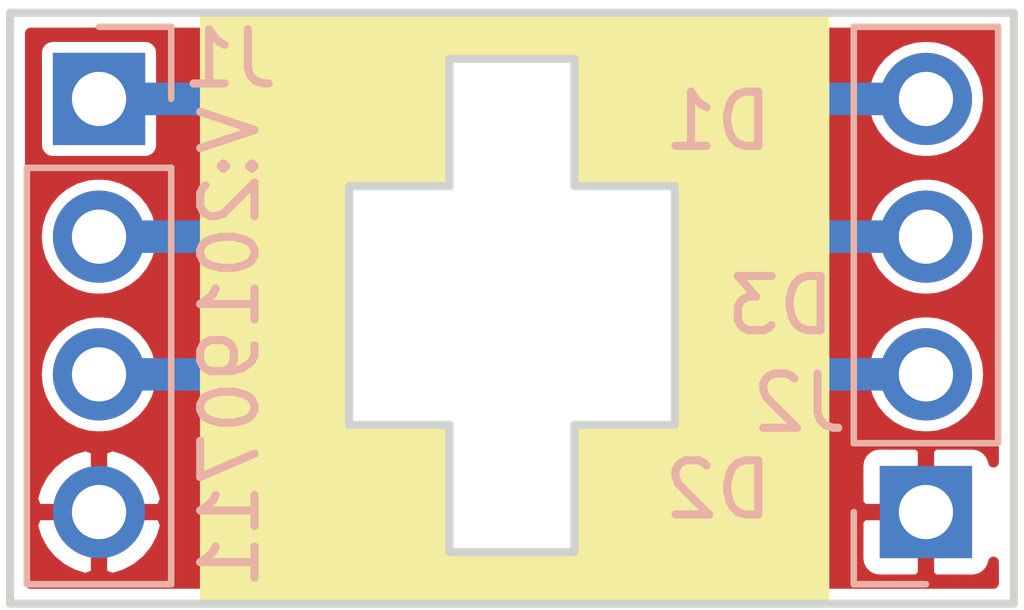
<source format=kicad_pcb>
(kicad_pcb (version 20171130) (host pcbnew 5.1.2-f72e74a~84~ubuntu18.04.1)

  (general
    (thickness 1.6)
    (drawings 16)
    (tracks 18)
    (zones 0)
    (modules 6)
    (nets 8)
  )

  (page A4)
  (layers
    (0 F.Cu signal)
    (31 B.Cu signal)
    (32 B.Adhes user)
    (33 F.Adhes user)
    (34 B.Paste user)
    (35 F.Paste user)
    (36 B.SilkS user)
    (37 F.SilkS user)
    (38 B.Mask user)
    (39 F.Mask user)
    (40 Dwgs.User user)
    (41 Cmts.User user)
    (42 Eco1.User user)
    (43 Eco2.User user)
    (44 Edge.Cuts user)
    (45 Margin user)
    (46 B.CrtYd user)
    (47 F.CrtYd user)
    (48 B.Fab user)
    (49 F.Fab user)
  )

  (setup
    (last_trace_width 0.6)
    (user_trace_width 0.1524)
    (user_trace_width 0.2)
    (user_trace_width 0.3)
    (user_trace_width 0.4)
    (user_trace_width 0.6)
    (user_trace_width 1)
    (user_trace_width 1.5)
    (user_trace_width 2)
    (trace_clearance 0.1524)
    (zone_clearance 0.2)
    (zone_45_only no)
    (trace_min 0.1524)
    (via_size 0.381)
    (via_drill 0.254)
    (via_min_size 0.381)
    (via_min_drill 0.254)
    (user_via 0.4 0.254)
    (user_via 0.6 0.4)
    (user_via 0.8 0.6)
    (user_via 1 0.8)
    (user_via 1.3 1)
    (user_via 1.5 1.2)
    (user_via 1.7 1.4)
    (user_via 1.9 1.6)
    (uvia_size 0.381)
    (uvia_drill 0.254)
    (uvias_allowed no)
    (uvia_min_size 0.381)
    (uvia_min_drill 0.254)
    (edge_width 0.15)
    (segment_width 0.2)
    (pcb_text_width 0.3)
    (pcb_text_size 1.5 1.5)
    (mod_edge_width 0.15)
    (mod_text_size 1 1)
    (mod_text_width 0.15)
    (pad_size 1.524 1.524)
    (pad_drill 0.762)
    (pad_to_mask_clearance 0.1)
    (solder_mask_min_width 0.1)
    (aux_axis_origin 0 0)
    (visible_elements FFFFFF7F)
    (pcbplotparams
      (layerselection 0x010fc_ffffffff)
      (usegerberextensions true)
      (usegerberattributes false)
      (usegerberadvancedattributes false)
      (creategerberjobfile false)
      (excludeedgelayer true)
      (linewidth 0.100000)
      (plotframeref false)
      (viasonmask false)
      (mode 1)
      (useauxorigin false)
      (hpglpennumber 1)
      (hpglpenspeed 20)
      (hpglpendiameter 15.000000)
      (psnegative false)
      (psa4output false)
      (plotreference true)
      (plotvalue true)
      (plotinvisibletext false)
      (padsonsilk false)
      (subtractmaskfromsilk false)
      (outputformat 1)
      (mirror false)
      (drillshape 0)
      (scaleselection 1)
      (outputdirectory "OSH_Park_2_layer_plots"))
  )

  (net 0 "")
  (net 1 /LED1_A)
  (net 2 /LED1_C)
  (net 3 /LED2_A)
  (net 4 /LED2_C)
  (net 5 /PD_A)
  (net 6 /PD_C)
  (net 7 /VSS)

  (net_class Default "This is the default net class."
    (clearance 0.1524)
    (trace_width 0.1524)
    (via_dia 0.381)
    (via_drill 0.254)
    (uvia_dia 0.381)
    (uvia_drill 0.254)
    (add_net /LED1_A)
    (add_net /LED1_C)
    (add_net /LED2_A)
    (add_net /LED2_C)
    (add_net /PD_A)
    (add_net /PD_C)
    (add_net /VSS)
  )

  (module SquantorDiodes:KPTR-3216 (layer B.Cu) (tedit 5D278D49) (tstamp 5D27E518)
    (at 162.56 105 180)
    (descr "Kingbright KPTR Reverse LED mount 3216 sized")
    (tags "Kingbright KPTR-3216 Reverse LED 3216")
    (path /5D279E87)
    (attr smd)
    (fp_text reference D2 (at -3.79 0) (layer B.SilkS)
      (effects (font (size 1 1) (thickness 0.15)) (justify mirror))
    )
    (fp_text value LED (at 0 -2.1) (layer B.Fab) hide
      (effects (font (size 1 1) (thickness 0.15)) (justify mirror))
    )
    (fp_line (start -1.05 -1.15) (end -1.05 1.15) (layer Dwgs.User) (width 0.1))
    (fp_line (start -1.05 1.15) (end 1.05 1.15) (layer Dwgs.User) (width 0.1))
    (fp_line (start 1.05 1.15) (end 1.05 -1.15) (layer Dwgs.User) (width 0.1))
    (fp_line (start 1.05 -1.15) (end -1.05 -1.15) (layer Dwgs.User) (width 0.1))
    (fp_text user cut (at 0 0.6) (layer Dwgs.User)
      (effects (font (size 0.6 0.6) (thickness 0.1)))
    )
    (fp_text user out (at 0 -0.4) (layer Dwgs.User)
      (effects (font (size 0.6 0.6) (thickness 0.1)))
    )
    (fp_line (start -1.6 0.8) (end 1.6 0.8) (layer B.Fab) (width 0.1))
    (fp_line (start 1.6 0.8) (end 1.6 -0.8) (layer B.Fab) (width 0.1))
    (fp_line (start 1.6 -0.8) (end -1.6 -0.8) (layer B.Fab) (width 0.1))
    (fp_line (start -1.6 -0.8) (end -1.6 0.8) (layer B.Fab) (width 0.1))
    (fp_line (start -1 0.8) (end -1 -0.8) (layer B.Fab) (width 0.1))
    (fp_line (start -0.8 -0.8) (end -0.8 -0.1) (layer B.Fab) (width 0.1))
    (fp_line (start -0.8 -0.1) (end 0.3 -0.1) (layer B.Fab) (width 0.1))
    (fp_line (start 0.3 -0.1) (end 0.3 0.1) (layer B.Fab) (width 0.1))
    (fp_line (start 0.3 0.1) (end -0.8 0.1) (layer B.Fab) (width 0.1))
    (fp_line (start -0.8 0.1) (end -0.8 0.8) (layer B.Fab) (width 0.1))
    (fp_line (start -0.9 0.8) (end -0.9 -0.8) (layer B.Fab) (width 0.1))
    (fp_line (start -0.9 0) (end 0.3 0) (layer B.Fab) (width 0.1))
    (fp_line (start -0.8 0.1) (end -0.8 -0.1) (layer B.Fab) (width 0.1))
    (pad 1 smd rect (at -1.9 0 180) (size 1.3 1.6) (layers B.Cu B.Paste B.Mask)
      (net 4 /LED2_C))
    (pad 2 smd rect (at 1.9 0 180) (size 1.3 1.6) (layers B.Cu B.Paste B.Mask)
      (net 3 /LED2_A))
  )

  (module SquantorDiodes:KPTR-3216 (layer B.Cu) (tedit 5D278D49) (tstamp 5D27E4FF)
    (at 162.56 98.2 180)
    (descr "Kingbright KPTR Reverse LED mount 3216 sized")
    (tags "Kingbright KPTR-3216 Reverse LED 3216")
    (path /5D279473)
    (attr smd)
    (fp_text reference D1 (at -3.79 0) (layer B.SilkS)
      (effects (font (size 1 1) (thickness 0.15)) (justify mirror))
    )
    (fp_text value LED (at 0 -2.1) (layer B.Fab)
      (effects (font (size 1 1) (thickness 0.15)) (justify mirror))
    )
    (fp_line (start -1.05 -1.15) (end -1.05 1.15) (layer Dwgs.User) (width 0.1))
    (fp_line (start -1.05 1.15) (end 1.05 1.15) (layer Dwgs.User) (width 0.1))
    (fp_line (start 1.05 1.15) (end 1.05 -1.15) (layer Dwgs.User) (width 0.1))
    (fp_line (start 1.05 -1.15) (end -1.05 -1.15) (layer Dwgs.User) (width 0.1))
    (fp_text user cut (at 0 0.6) (layer Dwgs.User)
      (effects (font (size 0.6 0.6) (thickness 0.1)))
    )
    (fp_text user out (at 0 -0.4) (layer Dwgs.User)
      (effects (font (size 0.6 0.6) (thickness 0.1)))
    )
    (fp_line (start -1.6 0.8) (end 1.6 0.8) (layer B.Fab) (width 0.1))
    (fp_line (start 1.6 0.8) (end 1.6 -0.8) (layer B.Fab) (width 0.1))
    (fp_line (start 1.6 -0.8) (end -1.6 -0.8) (layer B.Fab) (width 0.1))
    (fp_line (start -1.6 -0.8) (end -1.6 0.8) (layer B.Fab) (width 0.1))
    (fp_line (start -1 0.8) (end -1 -0.8) (layer B.Fab) (width 0.1))
    (fp_line (start -0.8 -0.8) (end -0.8 -0.1) (layer B.Fab) (width 0.1))
    (fp_line (start -0.8 -0.1) (end 0.3 -0.1) (layer B.Fab) (width 0.1))
    (fp_line (start 0.3 -0.1) (end 0.3 0.1) (layer B.Fab) (width 0.1))
    (fp_line (start 0.3 0.1) (end -0.8 0.1) (layer B.Fab) (width 0.1))
    (fp_line (start -0.8 0.1) (end -0.8 0.8) (layer B.Fab) (width 0.1))
    (fp_line (start -0.9 0.8) (end -0.9 -0.8) (layer B.Fab) (width 0.1))
    (fp_line (start -0.9 0) (end 0.3 0) (layer B.Fab) (width 0.1))
    (fp_line (start -0.8 0.1) (end -0.8 -0.1) (layer B.Fab) (width 0.1))
    (pad 1 smd rect (at -1.9 0 180) (size 1.3 1.6) (layers B.Cu B.Paste B.Mask)
      (net 2 /LED1_C))
    (pad 2 smd rect (at 1.9 0 180) (size 1.3 1.6) (layers B.Cu B.Paste B.Mask)
      (net 1 /LED1_A))
  )

  (module Connector_PinHeader_2.54mm:PinHeader_1x04_P2.54mm_Vertical (layer B.Cu) (tedit 59FED5CC) (tstamp 5D27EB12)
    (at 170.18 105.41)
    (descr "Through hole straight pin header, 1x04, 2.54mm pitch, single row")
    (tags "Through hole pin header THT 1x04 2.54mm single row")
    (path /5D277F89)
    (fp_text reference J2 (at -2.33 -2.01) (layer B.SilkS)
      (effects (font (size 1 1) (thickness 0.15)) (justify mirror))
    )
    (fp_text value Conn_01x04 (at 0 -9.95) (layer B.Fab) hide
      (effects (font (size 1 1) (thickness 0.15)) (justify mirror))
    )
    (fp_text user %R (at 0 -3.81 -90) (layer B.Fab)
      (effects (font (size 1 1) (thickness 0.15)) (justify mirror))
    )
    (fp_line (start 1.8 1.8) (end -1.8 1.8) (layer B.CrtYd) (width 0.05))
    (fp_line (start 1.8 -9.4) (end 1.8 1.8) (layer B.CrtYd) (width 0.05))
    (fp_line (start -1.8 -9.4) (end 1.8 -9.4) (layer B.CrtYd) (width 0.05))
    (fp_line (start -1.8 1.8) (end -1.8 -9.4) (layer B.CrtYd) (width 0.05))
    (fp_line (start -1.33 1.33) (end 0 1.33) (layer B.SilkS) (width 0.12))
    (fp_line (start -1.33 0) (end -1.33 1.33) (layer B.SilkS) (width 0.12))
    (fp_line (start -1.33 -1.27) (end 1.33 -1.27) (layer B.SilkS) (width 0.12))
    (fp_line (start 1.33 -1.27) (end 1.33 -8.95) (layer B.SilkS) (width 0.12))
    (fp_line (start -1.33 -1.27) (end -1.33 -8.95) (layer B.SilkS) (width 0.12))
    (fp_line (start -1.33 -8.95) (end 1.33 -8.95) (layer B.SilkS) (width 0.12))
    (fp_line (start -1.27 0.635) (end -0.635 1.27) (layer B.Fab) (width 0.1))
    (fp_line (start -1.27 -8.89) (end -1.27 0.635) (layer B.Fab) (width 0.1))
    (fp_line (start 1.27 -8.89) (end -1.27 -8.89) (layer B.Fab) (width 0.1))
    (fp_line (start 1.27 1.27) (end 1.27 -8.89) (layer B.Fab) (width 0.1))
    (fp_line (start -0.635 1.27) (end 1.27 1.27) (layer B.Fab) (width 0.1))
    (pad 4 thru_hole oval (at 0 -7.62) (size 1.7 1.7) (drill 1) (layers *.Cu *.Mask)
      (net 2 /LED1_C))
    (pad 3 thru_hole oval (at 0 -5.08) (size 1.7 1.7) (drill 1) (layers *.Cu *.Mask)
      (net 6 /PD_C))
    (pad 2 thru_hole oval (at 0 -2.54) (size 1.7 1.7) (drill 1) (layers *.Cu *.Mask)
      (net 4 /LED2_C))
    (pad 1 thru_hole rect (at 0 0) (size 1.7 1.7) (drill 1) (layers *.Cu *.Mask)
      (net 7 /VSS))
    (model ${KISYS3DMOD}/Connector_PinHeader_2.54mm.3dshapes/PinHeader_1x04_P2.54mm_Vertical.wrl
      (at (xyz 0 0 0))
      (scale (xyz 1 1 1))
      (rotate (xyz 0 0 0))
    )
  )

  (module Connector_PinHeader_2.54mm:PinHeader_1x04_P2.54mm_Vertical (layer B.Cu) (tedit 59FED5CC) (tstamp 5D27E54E)
    (at 154.94 97.79 180)
    (descr "Through hole straight pin header, 1x04, 2.54mm pitch, single row")
    (tags "Through hole pin header THT 1x04 2.54mm single row")
    (path /5D277621)
    (fp_text reference J1 (at -2.41 0.74) (layer B.SilkS)
      (effects (font (size 1 1) (thickness 0.15)) (justify mirror))
    )
    (fp_text value Conn_01x04 (at 0 -9.95) (layer B.Fab) hide
      (effects (font (size 1 1) (thickness 0.15)) (justify mirror))
    )
    (fp_text user %R (at 0 -3.81 270) (layer B.Fab)
      (effects (font (size 1 1) (thickness 0.15)) (justify mirror))
    )
    (fp_line (start 1.8 1.8) (end -1.8 1.8) (layer B.CrtYd) (width 0.05))
    (fp_line (start 1.8 -9.4) (end 1.8 1.8) (layer B.CrtYd) (width 0.05))
    (fp_line (start -1.8 -9.4) (end 1.8 -9.4) (layer B.CrtYd) (width 0.05))
    (fp_line (start -1.8 1.8) (end -1.8 -9.4) (layer B.CrtYd) (width 0.05))
    (fp_line (start -1.33 1.33) (end 0 1.33) (layer B.SilkS) (width 0.12))
    (fp_line (start -1.33 0) (end -1.33 1.33) (layer B.SilkS) (width 0.12))
    (fp_line (start -1.33 -1.27) (end 1.33 -1.27) (layer B.SilkS) (width 0.12))
    (fp_line (start 1.33 -1.27) (end 1.33 -8.95) (layer B.SilkS) (width 0.12))
    (fp_line (start -1.33 -1.27) (end -1.33 -8.95) (layer B.SilkS) (width 0.12))
    (fp_line (start -1.33 -8.95) (end 1.33 -8.95) (layer B.SilkS) (width 0.12))
    (fp_line (start -1.27 0.635) (end -0.635 1.27) (layer B.Fab) (width 0.1))
    (fp_line (start -1.27 -8.89) (end -1.27 0.635) (layer B.Fab) (width 0.1))
    (fp_line (start 1.27 -8.89) (end -1.27 -8.89) (layer B.Fab) (width 0.1))
    (fp_line (start 1.27 1.27) (end 1.27 -8.89) (layer B.Fab) (width 0.1))
    (fp_line (start -0.635 1.27) (end 1.27 1.27) (layer B.Fab) (width 0.1))
    (pad 4 thru_hole oval (at 0 -7.62 180) (size 1.7 1.7) (drill 1) (layers *.Cu *.Mask)
      (net 7 /VSS))
    (pad 3 thru_hole oval (at 0 -5.08 180) (size 1.7 1.7) (drill 1) (layers *.Cu *.Mask)
      (net 3 /LED2_A))
    (pad 2 thru_hole oval (at 0 -2.54 180) (size 1.7 1.7) (drill 1) (layers *.Cu *.Mask)
      (net 5 /PD_A))
    (pad 1 thru_hole rect (at 0 0 180) (size 1.7 1.7) (drill 1) (layers *.Cu *.Mask)
      (net 1 /LED1_A))
    (model ${KISYS3DMOD}/Connector_PinHeader_2.54mm.3dshapes/PinHeader_1x04_P2.54mm_Vertical.wrl
      (at (xyz 0 0 0))
      (scale (xyz 1 1 1))
      (rotate (xyz 0 0 0))
    )
  )

  (module SquantorDiodes:SFH2440_reverse (layer B.Cu) (tedit 5D27885C) (tstamp 5D27E536)
    (at 162.56 101.6 180)
    (descr "Osram SFH2440 Photodiode Reverse mounting")
    (tags "Osram SFH2440 Photodiode Reverse")
    (path /5D27B9AE)
    (attr smd)
    (fp_text reference D3 (at -4.94 0) (layer B.SilkS)
      (effects (font (size 1 1) (thickness 0.15)) (justify mirror))
    )
    (fp_text value D_Photo (at 0 -3.2) (layer B.Fab) hide
      (effects (font (size 1 1) (thickness 0.15)) (justify mirror))
    )
    (fp_text user "cut out" (at -0.5 1.7) (layer Dwgs.User)
      (effects (font (size 0.6 0.6) (thickness 0.1)))
    )
    (fp_line (start -3 -2.2) (end -3 2.2) (layer Dwgs.User) (width 0.1))
    (fp_line (start 3 -2.2) (end -3 -2.2) (layer Dwgs.User) (width 0.1))
    (fp_line (start 3 2.2) (end 3 -2.2) (layer Dwgs.User) (width 0.1))
    (fp_line (start -3 2.2) (end 3 2.2) (layer Dwgs.User) (width 0.1))
    (fp_line (start 2.85 0.7) (end 2.85 -0.7) (layer B.Fab) (width 0.1))
    (fp_line (start -2.85 -0.75) (end -2.2 -0.75) (layer B.Fab) (width 0.1))
    (fp_line (start -2.85 0.75) (end -2.2 0.75) (layer B.Fab) (width 0.1))
    (fp_line (start -2.85 0.75) (end -2.85 -0.75) (layer B.Fab) (width 0.1))
    (fp_line (start -3.25 -0.35) (end -2.85 -0.35) (layer B.Fab) (width 0.1))
    (fp_line (start -3.25 0.35) (end -2.85 0.35) (layer B.Fab) (width 0.1))
    (fp_line (start -3.25 0.35) (end -3.25 -0.35) (layer B.Fab) (width 0.1))
    (fp_line (start 3.25 -0.75) (end 2.2 -0.75) (layer B.Fab) (width 0.1))
    (fp_line (start 3.25 0.75) (end 2.2 0.75) (layer B.Fab) (width 0.1))
    (fp_line (start 3.25 -0.75) (end 3.25 0.75) (layer B.Fab) (width 0.1))
    (fp_poly (pts (xy -1 1.3) (xy 1.6 1.3) (xy 1.6 -1.3) (xy -1 -1.3)) (layer B.Fab) (width 0.1))
    (fp_line (start -1.025 1.325) (end -1.025 -1.325) (layer B.Fab) (width 0.1))
    (fp_line (start 1.625 1.325) (end -1.025 1.325) (layer B.Fab) (width 0.1))
    (fp_line (start 1.625 -1.325) (end 1.625 1.325) (layer B.Fab) (width 0.1))
    (fp_line (start -1.025 -1.325) (end 1.625 -1.325) (layer B.Fab) (width 0.1))
    (fp_line (start -2.2 -1.95) (end -2.2 1.95) (layer B.Fab) (width 0.1))
    (fp_line (start 2.2 -1.95) (end -2.2 -1.95) (layer B.Fab) (width 0.1))
    (fp_line (start 2.2 1.95) (end 2.2 -1.95) (layer B.Fab) (width 0.1))
    (fp_line (start -2.2 1.95) (end 2.2 1.95) (layer B.Fab) (width 0.1))
    (pad 2 smd rect (at 3.4 0 180) (size 0.7 2) (layers B.Cu B.Paste B.Mask)
      (net 5 /PD_A))
    (pad 1 smd rect (at -3.4 0 180) (size 0.7 1.2) (layers B.Cu B.Paste B.Mask)
      (net 6 /PD_C))
  )

  (module SquantorLabels:Label_version (layer B.Cu) (tedit 5B5A1E49) (tstamp 5B96DD88)
    (at 157.25 102.6 90)
    (path /5A1357A5)
    (fp_text reference N2 (at 0 -1.4 90) (layer B.Fab) hide
      (effects (font (size 1 1) (thickness 0.15)) (justify mirror))
    )
    (fp_text value 20190711 (at -0.4 0.1 90) (layer B.SilkS)
      (effects (font (size 1 1) (thickness 0.15)) (justify mirror))
    )
    (fp_text user V: (at 4 0.1 90) (layer B.SilkS)
      (effects (font (size 1 1) (thickness 0.15)) (justify mirror))
    )
  )

  (gr_line (start 161.4 103.8) (end 159.55 103.8) (layer Edge.Cuts) (width 0.15))
  (gr_line (start 161.4 106.15) (end 161.4 103.8) (layer Edge.Cuts) (width 0.15))
  (gr_line (start 163.7 106.15) (end 161.4 106.15) (layer Edge.Cuts) (width 0.15))
  (gr_line (start 163.7 103.8) (end 163.7 106.15) (layer Edge.Cuts) (width 0.15))
  (gr_line (start 165.55 103.8) (end 163.7 103.8) (layer Edge.Cuts) (width 0.15))
  (gr_line (start 165.55 99.4) (end 165.55 103.8) (layer Edge.Cuts) (width 0.15))
  (gr_line (start 163.7 99.4) (end 165.55 99.4) (layer Edge.Cuts) (width 0.15))
  (gr_line (start 163.7 97.05) (end 163.7 99.4) (layer Edge.Cuts) (width 0.15))
  (gr_line (start 161.4 97.05) (end 163.7 97.05) (layer Edge.Cuts) (width 0.15))
  (gr_line (start 161.4 99.4) (end 161.4 97.05) (layer Edge.Cuts) (width 0.15))
  (gr_line (start 159.55 99.4) (end 161.4 99.4) (layer Edge.Cuts) (width 0.15))
  (gr_line (start 159.55 103.8) (end 159.55 99.4) (layer Edge.Cuts) (width 0.15))
  (gr_line (start 153.3 107.1) (end 153.3 96.2) (layer Edge.Cuts) (width 0.15) (tstamp 5D27E982))
  (gr_line (start 171.8 107.1) (end 153.3 107.1) (layer Edge.Cuts) (width 0.15))
  (gr_line (start 171.8 96.2) (end 171.8 107.1) (layer Edge.Cuts) (width 0.15))
  (gr_line (start 153.3 96.2) (end 171.8 96.2) (layer Edge.Cuts) (width 0.15))

  (segment (start 160.66 98.2) (end 158.8 98.2) (width 0.6) (layer B.Cu) (net 1))
  (segment (start 158.39 97.79) (end 154.94 97.79) (width 0.6) (layer B.Cu) (net 1))
  (segment (start 158.8 98.2) (end 158.39 97.79) (width 0.6) (layer B.Cu) (net 1))
  (segment (start 164.46 98.2) (end 166.85 98.2) (width 0.6) (layer B.Cu) (net 2))
  (segment (start 167.26 97.79) (end 170.18 97.79) (width 0.6) (layer B.Cu) (net 2))
  (segment (start 166.85 98.2) (end 167.26 97.79) (width 0.6) (layer B.Cu) (net 2))
  (segment (start 160.66 105) (end 159.3 105) (width 0.6) (layer B.Cu) (net 3))
  (segment (start 157.17 102.87) (end 154.94 102.87) (width 0.6) (layer B.Cu) (net 3))
  (segment (start 159.3 105) (end 157.17 102.87) (width 0.6) (layer B.Cu) (net 3))
  (segment (start 164.46 105) (end 166.05 105) (width 0.6) (layer B.Cu) (net 4))
  (segment (start 168.18 102.87) (end 170.18 102.87) (width 0.6) (layer B.Cu) (net 4))
  (segment (start 166.05 105) (end 168.18 102.87) (width 0.6) (layer B.Cu) (net 4))
  (segment (start 159.16 101.6) (end 158.4 101.6) (width 0.6) (layer B.Cu) (net 5))
  (segment (start 157.13 100.33) (end 154.94 100.33) (width 0.6) (layer B.Cu) (net 5))
  (segment (start 158.4 101.6) (end 157.13 100.33) (width 0.6) (layer B.Cu) (net 5))
  (segment (start 165.96 101.6) (end 166.7 101.6) (width 0.6) (layer B.Cu) (net 6))
  (segment (start 167.97 100.33) (end 170.18 100.33) (width 0.6) (layer B.Cu) (net 6))
  (segment (start 166.7 101.6) (end 167.97 100.33) (width 0.6) (layer B.Cu) (net 6))

  (zone (net 0) (net_name "") (layer F.SilkS) (tstamp 0) (hatch edge 0.508)
    (connect_pads (clearance 0.508))
    (min_thickness 0.1)
    (fill yes (arc_segments 32) (thermal_gap 0.508) (thermal_bridge_width 0.508))
    (polygon
      (pts
        (xy 156.8 96.2) (xy 168.4 96.2) (xy 168.4 107.1) (xy 156.8 107.1)
      )
    )
    (filled_polygon
      (pts
        (xy 168.35 107.05) (xy 156.85 107.05) (xy 156.85 99.4) (xy 159.55 99.4) (xy 159.55 103.8)
        (xy 161.4 103.8) (xy 161.4 106.15) (xy 163.7 106.15) (xy 163.7 103.8) (xy 165.55 103.8)
        (xy 165.55 99.4) (xy 163.7 99.4) (xy 163.7 97.05) (xy 161.4 97.05) (xy 161.4 99.4)
        (xy 159.55 99.4) (xy 156.85 99.4) (xy 156.85 96.25) (xy 168.35 96.25)
      )
    )
  )
  (zone (net 7) (net_name /VSS) (layer F.Cu) (tstamp 0) (hatch edge 0.508)
    (connect_pads (clearance 0.2))
    (min_thickness 0.2)
    (fill yes (arc_segments 32) (thermal_gap 0.3) (thermal_bridge_width 0.3))
    (polygon
      (pts
        (xy 153.3 107.1) (xy 171.8 107.1) (xy 171.8 96.2) (xy 162.55 96.2) (xy 162.55 97.05)
        (xy 163.7 97.05) (xy 163.7 99.4) (xy 165.55 99.4) (xy 165.55 103.8) (xy 163.7 103.8)
        (xy 163.7 106.15) (xy 161.4 106.15) (xy 161.4 103.8) (xy 159.55 103.8) (xy 159.55 99.4)
        (xy 161.4 99.4) (xy 161.4 97.05) (xy 162.45 97.05) (xy 162.45 96.2) (xy 153.3 96.2)
      )
    )
    (filled_polygon
      (pts
        (xy 162.35 96.675) (xy 161.418419 96.675) (xy 161.4 96.673186) (xy 161.381581 96.675) (xy 161.326487 96.680426)
        (xy 161.2558 96.701869) (xy 161.190653 96.736691) (xy 161.133552 96.783552) (xy 161.086691 96.840653) (xy 161.051869 96.9058)
        (xy 161.030426 96.976487) (xy 161.023186 97.05) (xy 161.025001 97.068429) (xy 161.025 99.025) (xy 159.568419 99.025)
        (xy 159.55 99.023186) (xy 159.531581 99.025) (xy 159.476487 99.030426) (xy 159.4058 99.051869) (xy 159.340653 99.086691)
        (xy 159.283552 99.133552) (xy 159.236691 99.190653) (xy 159.201869 99.2558) (xy 159.180426 99.326487) (xy 159.173186 99.4)
        (xy 159.175001 99.418429) (xy 159.175 103.781581) (xy 159.173186 103.8) (xy 159.180426 103.873513) (xy 159.201869 103.9442)
        (xy 159.236691 104.009347) (xy 159.245434 104.02) (xy 159.283552 104.066448) (xy 159.340653 104.113309) (xy 159.4058 104.148131)
        (xy 159.476487 104.169574) (xy 159.55 104.176814) (xy 159.568419 104.175) (xy 161.025001 104.175) (xy 161.025 106.131581)
        (xy 161.023186 106.15) (xy 161.030426 106.223513) (xy 161.051869 106.2942) (xy 161.086691 106.359347) (xy 161.13139 106.413814)
        (xy 161.133552 106.416448) (xy 161.190653 106.463309) (xy 161.2558 106.498131) (xy 161.326487 106.519574) (xy 161.4 106.526814)
        (xy 161.418419 106.525) (xy 163.681581 106.525) (xy 163.7 106.526814) (xy 163.773513 106.519574) (xy 163.8442 106.498131)
        (xy 163.909347 106.463309) (xy 163.966448 106.416448) (xy 164.013309 106.359347) (xy 164.048131 106.2942) (xy 164.058505 106.26)
        (xy 168.928065 106.26) (xy 168.935788 106.338414) (xy 168.95866 106.413814) (xy 168.995803 106.483303) (xy 169.045789 106.544211)
        (xy 169.106697 106.594197) (xy 169.176186 106.63134) (xy 169.251586 106.654212) (xy 169.33 106.661935) (xy 170.03 106.66)
        (xy 170.13 106.56) (xy 170.13 105.46) (xy 169.03 105.46) (xy 168.93 105.56) (xy 168.928065 106.26)
        (xy 164.058505 106.26) (xy 164.069574 106.223513) (xy 164.075 106.168419) (xy 164.075 106.168418) (xy 164.076814 106.15)
        (xy 164.075 106.131581) (xy 164.075 104.56) (xy 168.928065 104.56) (xy 168.93 105.26) (xy 169.03 105.36)
        (xy 170.13 105.36) (xy 170.13 104.26) (xy 170.03 104.16) (xy 169.33 104.158065) (xy 169.251586 104.165788)
        (xy 169.176186 104.18866) (xy 169.106697 104.225803) (xy 169.045789 104.275789) (xy 168.995803 104.336697) (xy 168.95866 104.406186)
        (xy 168.935788 104.481586) (xy 168.928065 104.56) (xy 164.075 104.56) (xy 164.075 104.175) (xy 165.531581 104.175)
        (xy 165.55 104.176814) (xy 165.623513 104.169574) (xy 165.6942 104.148131) (xy 165.759347 104.113309) (xy 165.816448 104.066448)
        (xy 165.863309 104.009347) (xy 165.898131 103.9442) (xy 165.919574 103.873513) (xy 165.925 103.818419) (xy 165.925 103.818418)
        (xy 165.926814 103.8) (xy 165.925 103.781581) (xy 165.925 102.87) (xy 169.024436 102.87) (xy 169.04664 103.095439)
        (xy 169.112398 103.312215) (xy 169.219184 103.511997) (xy 169.362893 103.687107) (xy 169.538003 103.830816) (xy 169.737785 103.937602)
        (xy 169.954561 104.00336) (xy 170.123508 104.02) (xy 170.236492 104.02) (xy 170.405439 104.00336) (xy 170.622215 103.937602)
        (xy 170.821997 103.830816) (xy 170.997107 103.687107) (xy 171.140816 103.511997) (xy 171.247602 103.312215) (xy 171.31336 103.095439)
        (xy 171.335564 102.87) (xy 171.31336 102.644561) (xy 171.247602 102.427785) (xy 171.140816 102.228003) (xy 170.997107 102.052893)
        (xy 170.821997 101.909184) (xy 170.622215 101.802398) (xy 170.405439 101.73664) (xy 170.236492 101.72) (xy 170.123508 101.72)
        (xy 169.954561 101.73664) (xy 169.737785 101.802398) (xy 169.538003 101.909184) (xy 169.362893 102.052893) (xy 169.219184 102.228003)
        (xy 169.112398 102.427785) (xy 169.04664 102.644561) (xy 169.024436 102.87) (xy 165.925 102.87) (xy 165.925 100.33)
        (xy 169.024436 100.33) (xy 169.04664 100.555439) (xy 169.112398 100.772215) (xy 169.219184 100.971997) (xy 169.362893 101.147107)
        (xy 169.538003 101.290816) (xy 169.737785 101.397602) (xy 169.954561 101.46336) (xy 170.123508 101.48) (xy 170.236492 101.48)
        (xy 170.405439 101.46336) (xy 170.622215 101.397602) (xy 170.821997 101.290816) (xy 170.997107 101.147107) (xy 171.140816 100.971997)
        (xy 171.247602 100.772215) (xy 171.31336 100.555439) (xy 171.335564 100.33) (xy 171.31336 100.104561) (xy 171.247602 99.887785)
        (xy 171.140816 99.688003) (xy 170.997107 99.512893) (xy 170.821997 99.369184) (xy 170.622215 99.262398) (xy 170.405439 99.19664)
        (xy 170.236492 99.18) (xy 170.123508 99.18) (xy 169.954561 99.19664) (xy 169.737785 99.262398) (xy 169.538003 99.369184)
        (xy 169.362893 99.512893) (xy 169.219184 99.688003) (xy 169.112398 99.887785) (xy 169.04664 100.104561) (xy 169.024436 100.33)
        (xy 165.925 100.33) (xy 165.925 99.418418) (xy 165.926814 99.4) (xy 165.919574 99.326487) (xy 165.898131 99.2558)
        (xy 165.863309 99.190653) (xy 165.816448 99.133552) (xy 165.759347 99.086691) (xy 165.6942 99.051869) (xy 165.623513 99.030426)
        (xy 165.568419 99.025) (xy 165.55 99.023186) (xy 165.531581 99.025) (xy 164.075 99.025) (xy 164.075 97.79)
        (xy 169.024436 97.79) (xy 169.04664 98.015439) (xy 169.112398 98.232215) (xy 169.219184 98.431997) (xy 169.362893 98.607107)
        (xy 169.538003 98.750816) (xy 169.737785 98.857602) (xy 169.954561 98.92336) (xy 170.123508 98.94) (xy 170.236492 98.94)
        (xy 170.405439 98.92336) (xy 170.622215 98.857602) (xy 170.821997 98.750816) (xy 170.997107 98.607107) (xy 171.140816 98.431997)
        (xy 171.247602 98.232215) (xy 171.31336 98.015439) (xy 171.335564 97.79) (xy 171.31336 97.564561) (xy 171.247602 97.347785)
        (xy 171.140816 97.148003) (xy 170.997107 96.972893) (xy 170.821997 96.829184) (xy 170.622215 96.722398) (xy 170.405439 96.65664)
        (xy 170.236492 96.64) (xy 170.123508 96.64) (xy 169.954561 96.65664) (xy 169.737785 96.722398) (xy 169.538003 96.829184)
        (xy 169.362893 96.972893) (xy 169.219184 97.148003) (xy 169.112398 97.347785) (xy 169.04664 97.564561) (xy 169.024436 97.79)
        (xy 164.075 97.79) (xy 164.075 97.068419) (xy 164.076814 97.05) (xy 164.069574 96.976487) (xy 164.048131 96.9058)
        (xy 164.013309 96.840653) (xy 163.966448 96.783552) (xy 163.909347 96.736691) (xy 163.8442 96.701869) (xy 163.773513 96.680426)
        (xy 163.718419 96.675) (xy 163.7 96.673186) (xy 163.681581 96.675) (xy 162.65 96.675) (xy 162.65 96.575)
        (xy 171.425 96.575) (xy 171.425001 104.489595) (xy 171.424212 104.481586) (xy 171.40134 104.406186) (xy 171.364197 104.336697)
        (xy 171.314211 104.275789) (xy 171.253303 104.225803) (xy 171.183814 104.18866) (xy 171.108414 104.165788) (xy 171.03 104.158065)
        (xy 170.33 104.16) (xy 170.23 104.26) (xy 170.23 105.36) (xy 170.25 105.36) (xy 170.25 105.46)
        (xy 170.23 105.46) (xy 170.23 106.56) (xy 170.33 106.66) (xy 171.03 106.661935) (xy 171.108414 106.654212)
        (xy 171.183814 106.63134) (xy 171.253303 106.594197) (xy 171.314211 106.544211) (xy 171.364197 106.483303) (xy 171.40134 106.413814)
        (xy 171.424212 106.338414) (xy 171.425001 106.330404) (xy 171.425001 106.725) (xy 153.675 106.725) (xy 153.675 105.654771)
        (xy 153.714199 105.654771) (xy 153.784795 105.8875) (xy 153.900148 106.103694) (xy 154.055461 106.29323) (xy 154.244767 106.448824)
        (xy 154.46079 106.564497) (xy 154.695229 106.635803) (xy 154.89 106.559002) (xy 154.89 105.46) (xy 154.99 105.46)
        (xy 154.99 106.559002) (xy 155.184771 106.635803) (xy 155.41921 106.564497) (xy 155.635233 106.448824) (xy 155.824539 106.29323)
        (xy 155.979852 106.103694) (xy 156.095205 105.8875) (xy 156.165801 105.654771) (xy 156.088913 105.46) (xy 154.99 105.46)
        (xy 154.89 105.46) (xy 153.791087 105.46) (xy 153.714199 105.654771) (xy 153.675 105.654771) (xy 153.675 105.165229)
        (xy 153.714199 105.165229) (xy 153.791087 105.36) (xy 154.89 105.36) (xy 154.89 104.260998) (xy 154.99 104.260998)
        (xy 154.99 105.36) (xy 156.088913 105.36) (xy 156.165801 105.165229) (xy 156.095205 104.9325) (xy 155.979852 104.716306)
        (xy 155.824539 104.52677) (xy 155.635233 104.371176) (xy 155.41921 104.255503) (xy 155.184771 104.184197) (xy 154.99 104.260998)
        (xy 154.89 104.260998) (xy 154.695229 104.184197) (xy 154.46079 104.255503) (xy 154.244767 104.371176) (xy 154.055461 104.52677)
        (xy 153.900148 104.716306) (xy 153.784795 104.9325) (xy 153.714199 105.165229) (xy 153.675 105.165229) (xy 153.675 102.87)
        (xy 153.784436 102.87) (xy 153.80664 103.095439) (xy 153.872398 103.312215) (xy 153.979184 103.511997) (xy 154.122893 103.687107)
        (xy 154.298003 103.830816) (xy 154.497785 103.937602) (xy 154.714561 104.00336) (xy 154.883508 104.02) (xy 154.996492 104.02)
        (xy 155.165439 104.00336) (xy 155.382215 103.937602) (xy 155.581997 103.830816) (xy 155.757107 103.687107) (xy 155.900816 103.511997)
        (xy 156.007602 103.312215) (xy 156.07336 103.095439) (xy 156.095564 102.87) (xy 156.07336 102.644561) (xy 156.007602 102.427785)
        (xy 155.900816 102.228003) (xy 155.757107 102.052893) (xy 155.581997 101.909184) (xy 155.382215 101.802398) (xy 155.165439 101.73664)
        (xy 154.996492 101.72) (xy 154.883508 101.72) (xy 154.714561 101.73664) (xy 154.497785 101.802398) (xy 154.298003 101.909184)
        (xy 154.122893 102.052893) (xy 153.979184 102.228003) (xy 153.872398 102.427785) (xy 153.80664 102.644561) (xy 153.784436 102.87)
        (xy 153.675 102.87) (xy 153.675 100.33) (xy 153.784436 100.33) (xy 153.80664 100.555439) (xy 153.872398 100.772215)
        (xy 153.979184 100.971997) (xy 154.122893 101.147107) (xy 154.298003 101.290816) (xy 154.497785 101.397602) (xy 154.714561 101.46336)
        (xy 154.883508 101.48) (xy 154.996492 101.48) (xy 155.165439 101.46336) (xy 155.382215 101.397602) (xy 155.581997 101.290816)
        (xy 155.757107 101.147107) (xy 155.900816 100.971997) (xy 156.007602 100.772215) (xy 156.07336 100.555439) (xy 156.095564 100.33)
        (xy 156.07336 100.104561) (xy 156.007602 99.887785) (xy 155.900816 99.688003) (xy 155.757107 99.512893) (xy 155.581997 99.369184)
        (xy 155.382215 99.262398) (xy 155.165439 99.19664) (xy 154.996492 99.18) (xy 154.883508 99.18) (xy 154.714561 99.19664)
        (xy 154.497785 99.262398) (xy 154.298003 99.369184) (xy 154.122893 99.512893) (xy 153.979184 99.688003) (xy 153.872398 99.887785)
        (xy 153.80664 100.104561) (xy 153.784436 100.33) (xy 153.675 100.33) (xy 153.675 96.94) (xy 153.788549 96.94)
        (xy 153.788549 98.64) (xy 153.794341 98.69881) (xy 153.811496 98.75536) (xy 153.839353 98.807477) (xy 153.876842 98.853158)
        (xy 153.922523 98.890647) (xy 153.97464 98.918504) (xy 154.03119 98.935659) (xy 154.09 98.941451) (xy 155.79 98.941451)
        (xy 155.84881 98.935659) (xy 155.90536 98.918504) (xy 155.957477 98.890647) (xy 156.003158 98.853158) (xy 156.040647 98.807477)
        (xy 156.068504 98.75536) (xy 156.085659 98.69881) (xy 156.091451 98.64) (xy 156.091451 96.94) (xy 156.085659 96.88119)
        (xy 156.068504 96.82464) (xy 156.040647 96.772523) (xy 156.003158 96.726842) (xy 155.957477 96.689353) (xy 155.90536 96.661496)
        (xy 155.84881 96.644341) (xy 155.79 96.638549) (xy 154.09 96.638549) (xy 154.03119 96.644341) (xy 153.97464 96.661496)
        (xy 153.922523 96.689353) (xy 153.876842 96.726842) (xy 153.839353 96.772523) (xy 153.811496 96.82464) (xy 153.794341 96.88119)
        (xy 153.788549 96.94) (xy 153.675 96.94) (xy 153.675 96.575) (xy 162.35 96.575)
      )
    )
  )
)

</source>
